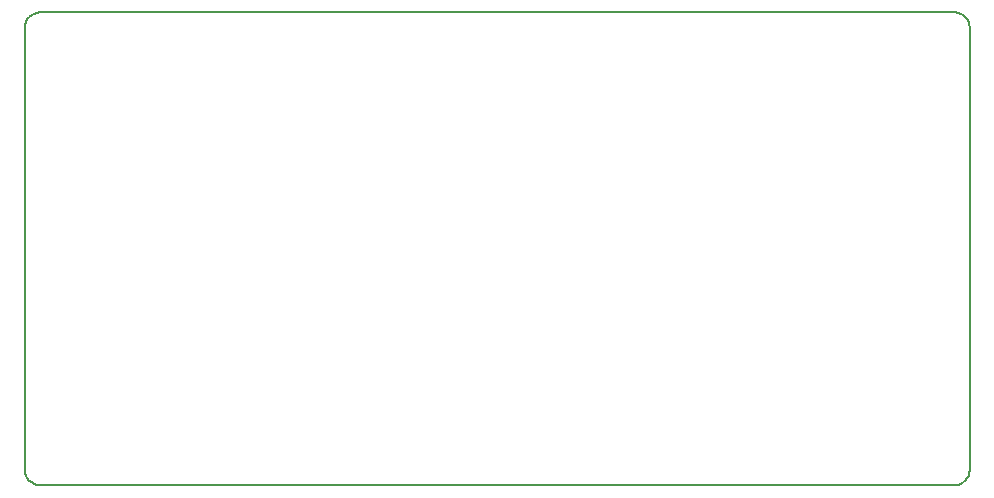
<source format=gm1>
G04*
G04 #@! TF.GenerationSoftware,Altium Limited,Altium Designer,20.1.8 (145)*
G04*
G04 Layer_Color=8388736*
%FSLAX25Y25*%
%MOIN*%
G70*
G04*
G04 #@! TF.SameCoordinates,34700BE4-7B1B-4339-AD5F-997C77E8816B*
G04*
G04*
G04 #@! TF.FilePolarity,Positive*
G04*
G01*
G75*
%ADD17C,0.00800*%
D17*
X0Y5000D02*
X96Y4025D01*
X381Y3087D01*
X843Y2222D01*
X1464Y1464D01*
X2222Y843D01*
X3087Y381D01*
X4025Y96D01*
X5000Y0D01*
Y157480D02*
X4025Y157384D01*
X3087Y157100D01*
X2222Y156638D01*
X1464Y156016D01*
X843Y155258D01*
X381Y154394D01*
X96Y153456D01*
X0Y152480D01*
X314961D02*
X314865Y153456D01*
X314580Y154394D01*
X314118Y155258D01*
X313496Y156016D01*
X312738Y156638D01*
X311874Y157100D01*
X310936Y157384D01*
X309961Y157480D01*
Y0D02*
X310936Y96D01*
X311874Y381D01*
X312738Y843D01*
X313496Y1464D01*
X314118Y2222D01*
X314580Y3087D01*
X314865Y4025D01*
X314961Y5000D01*
X9843Y0D02*
X231221D01*
X5000D02*
X9843D01*
X0Y5000D02*
Y152480D01*
X5000Y157480D02*
X309961D01*
X314961Y5000D02*
Y152480D01*
X231221Y0D02*
X309961D01*
M02*

</source>
